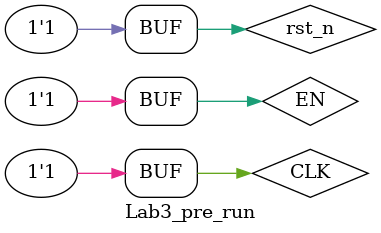
<source format=v>
`timescale 1ns / 1ps


module Lab3_pre_run;

	// Inputs
	reg EN;
	reg CLK;
	reg rst_n;

	// Outputs
	wire [3:0] Q;

	// Instantiate the Unit Under Test (UUT)
	Lab3_pre uut (
		.Q(Q), 
		.EN(EN), 
		.CLK(CLK), 
		.rst_n(rst_n)
	);

	initial begin
		// Initialize Inputs
		EN = 0;
		CLK = 0;
		rst_n = 0;

		// Wait 100 ns for global reset to finish
		#100  rst_n=1;
		#100	EN=1;CLK=1;	//0001
		
		#100	EN=1;CLK=0;
		#100	EN=1;CLK=1; //0010
		
		#100	EN=1;CLK=0;
		#100	EN=1;CLK=1; //0011
		
		#100	EN=1;CLK=0;
		#100	EN=1;CLK=1; //0100
		
		#100	EN=1;CLK=0;
		#100	EN=1;CLK=1;	//0101
		
		#100	EN=1;CLK=0;
		#100	EN=1;CLK=1; //0110
		
		#100	EN=1;CLK=0;
		#100	EN=1;CLK=1; //0111
		
		#100	EN=1;CLK=0;
		#100	EN=1;CLK=1; //1000
		
		#100	EN=1;CLK=0;
		#100	EN=1;CLK=1; //1001
		
		#100	EN=1;CLK=0;
		#100	EN=1;CLK=1; //1010
		
		#100	EN=1;CLK=0;
		#100	EN=1;CLK=1; //1011
		
		#100	EN=1;CLK=0;
		#100	EN=1;CLK=1; //1100
		
		#100	EN=1;CLK=0;
		#100	EN=1;CLK=1; //1101
		
		#100	EN=1;CLK=0;
		#100	EN=1;CLK=1; //1110
		
		#100	EN=1;CLK=0;
		#100	EN=1;CLK=1; //1111

	
        
		// Add stimulus here

	end
      
endmodule


</source>
